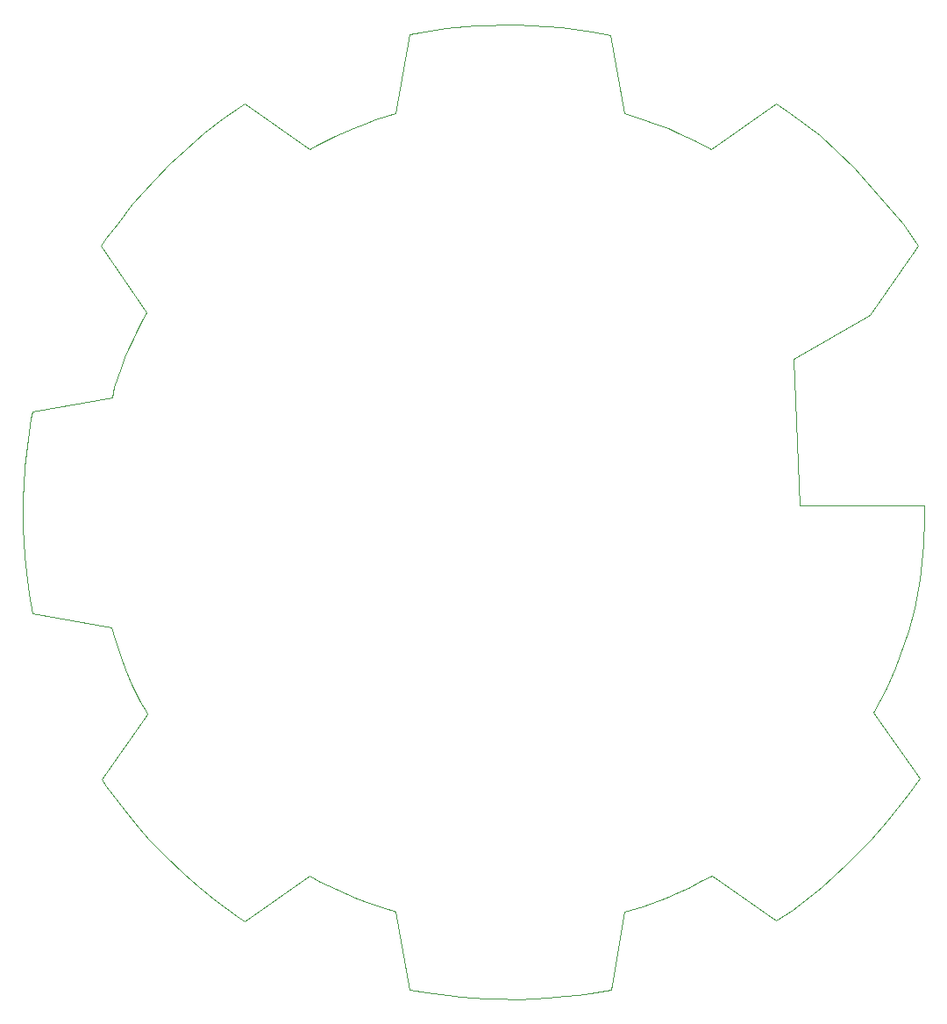
<source format=gbr>
G04 #@! TF.GenerationSoftware,KiCad,Pcbnew,6.0.0-rc1-unknown-7b10490~66~ubuntu16.04.1*
G04 #@! TF.CreationDate,2018-10-31T12:07:26-07:00*
G04 #@! TF.ProjectId,HG_002,48475f30-3032-42e6-9b69-6361645f7063,rev?*
G04 #@! TF.SameCoordinates,Original*
G04 #@! TF.FileFunction,Profile,NP*
%FSLAX46Y46*%
G04 Gerber Fmt 4.6, Leading zero omitted, Abs format (unit mm)*
G04 Created by KiCad (PCBNEW 6.0.0-rc1-unknown-7b10490~66~ubuntu16.04.1) date Wed 31 Oct 2018 12:07:26 PM MST*
%MOMM*%
%LPD*%
G01*
G04 APERTURE LIST*
G04 #@! TA.AperFunction,NonConductor*
%ADD10C,0.105833*%
G04 #@! TD*
G04 APERTURE END LIST*
D10*
G04 #@! TO.C,svg2mod*
X188641641Y-96698230D02*
X176639741Y-96724890D01*
X188629141Y-97933010D02*
X188641641Y-96698230D01*
X188516891Y-100539780D02*
X188629141Y-97933010D01*
X188180131Y-103857490D02*
X188516891Y-100539780D01*
X187668751Y-106588980D02*
X188180131Y-103857490D01*
X187082541Y-108846520D02*
X187668751Y-106588980D01*
X185872701Y-112363790D02*
X187082541Y-108846520D01*
X185012091Y-114346930D02*
X185872701Y-112363790D01*
X183752361Y-116729190D02*
X185012091Y-114346930D01*
X188180131Y-123027840D02*
X183752361Y-116729190D01*
X187045121Y-124624330D02*
X188180131Y-123027840D01*
X185074461Y-127156270D02*
X187045121Y-124624330D01*
X183465491Y-128977260D02*
X185074461Y-127156270D01*
X181108171Y-131372000D02*
X183465491Y-128977260D01*
X178700971Y-133554700D02*
X181108171Y-131372000D01*
X175907111Y-135724930D02*
X178700971Y-133554700D01*
X174348041Y-136772630D02*
X175907111Y-135724930D01*
X168111751Y-132419690D02*
X174348041Y-136772630D01*
X167051581Y-132993430D02*
X168111751Y-132419690D01*
X165879151Y-133604590D02*
X167051581Y-132993430D01*
X164818991Y-134103490D02*
X165879151Y-133604590D01*
X163771291Y-134540030D02*
X164818991Y-134103490D01*
X161463861Y-135388170D02*
X163771291Y-134540030D01*
X159717701Y-135887070D02*
X161463861Y-135388170D01*
X158383141Y-143482870D02*
X159717701Y-135887070D01*
X157921651Y-143557670D02*
X158383141Y-143482870D01*
X156387521Y-143769700D02*
X157921651Y-143557670D01*
X155177681Y-143944320D02*
X156387521Y-143769700D01*
X153893011Y-144081510D02*
X155177681Y-143944320D01*
X152221681Y-144231190D02*
X153893011Y-144081510D01*
X150874641Y-144318490D02*
X152221681Y-144231190D01*
X149328051Y-144355890D02*
X150874641Y-144318490D01*
X147419741Y-144330990D02*
X149328051Y-144355890D01*
X146097641Y-144281090D02*
X147419741Y-144330990D01*
X145187151Y-144218690D02*
X146097641Y-144281090D01*
X143852581Y-144131390D02*
X145187151Y-144218690D01*
X142642741Y-143994190D02*
X143852581Y-144131390D01*
X140622181Y-143694850D02*
X142642741Y-143994190D01*
X138925911Y-143445400D02*
X140622181Y-143694850D01*
X137603821Y-135887020D02*
X138925911Y-143445400D01*
X137404261Y-135812220D02*
X137603821Y-135887020D01*
X136606011Y-135587720D02*
X137404261Y-135812220D01*
X135333811Y-135176120D02*
X136606011Y-135587720D01*
X133849571Y-134627330D02*
X135333811Y-135176120D01*
X131791601Y-133741770D02*
X133849571Y-134627330D01*
X130344781Y-133005890D02*
X131791601Y-133741770D01*
X129297081Y-132457100D02*
X130344781Y-133005890D01*
X123023381Y-136859920D02*
X129297081Y-132457100D01*
X122250081Y-136348550D02*
X123023381Y-136859920D01*
X121576561Y-135874590D02*
X122250081Y-136348550D01*
X120977871Y-135425570D02*
X121576561Y-135874590D01*
X119955121Y-134652270D02*
X120977871Y-135425570D01*
X118533251Y-133467380D02*
X119955121Y-134652270D01*
X117173741Y-132294960D02*
X118533251Y-133467380D01*
X115277901Y-130498910D02*
X117173741Y-132294960D01*
X113806141Y-128952300D02*
X115277901Y-130498910D01*
X112795861Y-127829770D02*
X113806141Y-128952300D01*
X111411401Y-126133500D02*
X112795861Y-127829770D01*
X109677717Y-123788660D02*
X111411401Y-126133500D01*
X109216232Y-123127610D02*
X109677717Y-123788660D01*
X113631521Y-116866380D02*
X109216232Y-123127610D01*
X113506801Y-116641870D02*
X113631521Y-116866380D01*
X112970481Y-115681480D02*
X113506801Y-116641870D01*
X112721031Y-115157630D02*
X112970481Y-115681480D01*
X112134811Y-113972740D02*
X112721031Y-115157630D01*
X111548601Y-112563340D02*
X112134811Y-113972740D01*
X110999811Y-111141460D02*
X111548601Y-112563340D01*
X110500911Y-109632280D02*
X110999811Y-111141460D01*
X110139203Y-108459860D02*
X110500911Y-109632280D01*
X102543404Y-107112820D02*
X110139203Y-108459860D01*
X102231589Y-105291820D02*
X102543404Y-107112820D01*
X101957192Y-103146540D02*
X102231589Y-105291820D01*
X101807521Y-101624890D02*
X101957192Y-103146540D01*
X101632905Y-98868440D02*
X101807521Y-101624890D01*
X101632905Y-95899970D02*
X101632905Y-98868440D01*
X101682795Y-94852270D02*
X101632905Y-95899970D01*
X101807521Y-92968920D02*
X101682795Y-94852270D01*
X102094390Y-90274840D02*
X101807521Y-92968920D01*
X102406205Y-88366530D02*
X102094390Y-90274840D01*
X102543403Y-87655600D02*
X102406205Y-88366530D01*
X110234704Y-86285750D02*
X102543403Y-87655600D01*
X110438541Y-85298280D02*
X110234704Y-86285750D01*
X110750361Y-84375310D02*
X110438541Y-85298280D01*
X111074641Y-83414920D02*
X110750361Y-84375310D01*
X111436351Y-82454530D02*
X111074641Y-83414920D01*
X111773111Y-81643810D02*
X111436351Y-82454530D01*
X112147291Y-80770730D02*
X111773111Y-81643810D01*
X112608771Y-79847760D02*
X112147291Y-80770730D01*
X113107681Y-78874900D02*
X112608771Y-79847760D01*
X113571303Y-78095180D02*
X113107681Y-78874900D01*
X109166342Y-71665750D02*
X113571303Y-78095180D01*
X109677717Y-70917400D02*
X109166342Y-71665750D01*
X110712941Y-69520470D02*
X109677717Y-70917400D01*
X112222121Y-67574740D02*
X110712941Y-69520470D01*
X114267621Y-65279790D02*
X112222121Y-67574740D01*
X115726921Y-63795550D02*
X114267621Y-65279790D01*
X117323411Y-62323790D02*
X115726921Y-63795550D01*
X119156881Y-60739770D02*
X117323411Y-62323790D01*
X120903041Y-59392730D02*
X119156881Y-60739770D01*
X122499531Y-58257730D02*
X120903041Y-59392730D01*
X122985961Y-57933440D02*
X122499531Y-58257730D01*
X129280421Y-62362140D02*
X122985961Y-57933440D01*
X130020151Y-61949830D02*
X129280421Y-62362140D01*
X131753171Y-61076710D02*
X130020151Y-61949830D01*
X133481791Y-60322640D02*
X131753171Y-61076710D01*
X134641541Y-59864030D02*
X133481791Y-60322640D01*
X135638141Y-59511250D02*
X134641541Y-59864030D01*
X136753801Y-59145250D02*
X135638141Y-59511250D01*
X137600471Y-58911530D02*
X136753801Y-59145250D01*
X138954251Y-51295940D02*
X137600471Y-58911530D01*
X139959671Y-51119550D02*
X138954251Y-51295940D01*
X142376191Y-50696220D02*
X139959671Y-51119550D01*
X145268971Y-50449270D02*
X142376191Y-50696220D01*
X149290641Y-50361070D02*
X145268971Y-50449270D01*
X153576891Y-50608010D02*
X149290641Y-50361070D01*
X156593141Y-50996070D02*
X153576891Y-50608010D01*
X158357031Y-51331210D02*
X156593141Y-50996070D01*
X159717701Y-58906290D02*
X158357031Y-51331210D01*
X160422401Y-59099620D02*
X159717701Y-58906290D01*
X161495041Y-59436380D02*
X160422401Y-59099620D01*
X162941861Y-59941520D02*
X161495041Y-59436380D01*
X163877311Y-60315690D02*
X162941861Y-59941520D01*
X164962421Y-60783420D02*
X163877311Y-60315690D01*
X166427951Y-61481880D02*
X164962421Y-60783420D01*
X168052501Y-62351840D02*
X166427951Y-61481880D01*
X174354271Y-57949020D02*
X168052501Y-62351840D01*
X175696061Y-58845380D02*
X174354271Y-57949020D01*
X178535921Y-61032600D02*
X175696061Y-58845380D01*
X181904951Y-64154680D02*
X178535921Y-61032600D01*
X186614531Y-69552180D02*
X181904951Y-64154680D01*
X188078561Y-71633570D02*
X186614531Y-69552180D01*
X183368971Y-78380450D02*
X188078561Y-71633570D01*
X176004741Y-82578500D02*
X183368971Y-78380450D01*
X176639741Y-96724890D02*
X176004741Y-82578500D01*
G04 #@! TD*
M02*

</source>
